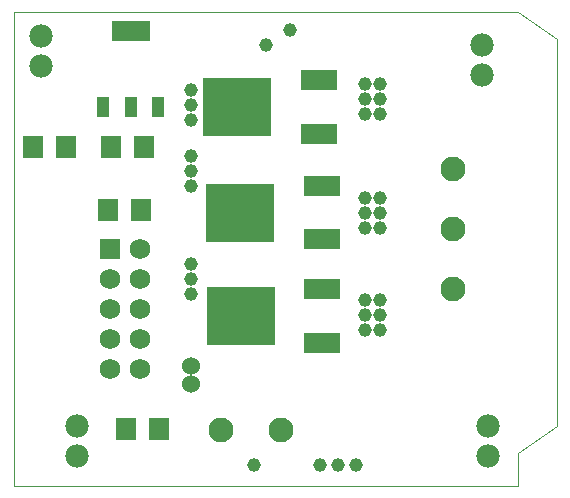
<source format=gts>
G75*
%MOIN*%
%OFA0B0*%
%FSLAX25Y25*%
%IPPOS*%
%LPD*%
%AMOC8*
5,1,8,0,0,1.08239X$1,22.5*
%
%ADD10C,0.00000*%
%ADD11R,0.12211X0.06699*%
%ADD12R,0.22900X0.19400*%
%ADD13C,0.08274*%
%ADD14R,0.03900X0.06800*%
%ADD15R,0.12900X0.06800*%
%ADD16R,0.06699X0.07498*%
%ADD17R,0.06699X0.07487*%
%ADD18R,0.06900X0.06900*%
%ADD19C,0.06900*%
%ADD20C,0.07800*%
%ADD21C,0.04534*%
%ADD22C,0.06000*%
D10*
X0005867Y0006387D02*
X0005867Y0164387D01*
X0173867Y0164387D01*
X0186867Y0155387D01*
X0186867Y0026387D01*
X0173867Y0017387D01*
X0173867Y0006387D01*
X0005867Y0006387D01*
D11*
X0108741Y0054049D03*
X0108741Y0072001D03*
X0108662Y0088623D03*
X0108662Y0106576D03*
X0107662Y0123868D03*
X0107662Y0141820D03*
D12*
X0080504Y0132844D03*
X0081504Y0097600D03*
X0081583Y0063025D03*
D13*
X0074965Y0025029D03*
X0094965Y0025029D03*
X0152225Y0072155D03*
X0152225Y0092155D03*
X0152225Y0112155D03*
D14*
X0053967Y0132787D03*
X0044867Y0132787D03*
X0035767Y0132787D03*
D15*
X0044867Y0157987D03*
D16*
X0049465Y0119387D03*
X0038268Y0119387D03*
X0023465Y0119387D03*
X0012268Y0119387D03*
D17*
X0037355Y0098387D03*
X0048378Y0098387D03*
X0043355Y0025387D03*
X0054378Y0025387D03*
D18*
X0037867Y0085387D03*
D19*
X0047867Y0085387D03*
X0047867Y0075387D03*
X0037867Y0075387D03*
X0037867Y0065387D03*
X0047867Y0065387D03*
X0047867Y0055387D03*
X0047867Y0045387D03*
X0037867Y0045387D03*
X0037867Y0055387D03*
D20*
X0026867Y0026387D03*
X0026867Y0016387D03*
X0014867Y0146387D03*
X0014867Y0156387D03*
X0161867Y0153387D03*
X0161867Y0143387D03*
X0163867Y0026387D03*
X0163867Y0016387D03*
D21*
X0127867Y0058387D03*
X0127867Y0063387D03*
X0122867Y0063387D03*
X0122867Y0058387D03*
X0122867Y0068387D03*
X0127867Y0068387D03*
X0127867Y0092387D03*
X0122867Y0092387D03*
X0122867Y0097387D03*
X0127867Y0097387D03*
X0127867Y0102387D03*
X0122867Y0102387D03*
X0122867Y0130387D03*
X0127867Y0130387D03*
X0127867Y0135387D03*
X0122867Y0135387D03*
X0122867Y0140387D03*
X0127867Y0140387D03*
X0097867Y0158387D03*
X0089867Y0153387D03*
X0064867Y0138387D03*
X0064867Y0133387D03*
X0064867Y0128387D03*
X0064867Y0116387D03*
X0064867Y0111387D03*
X0064867Y0106387D03*
X0064867Y0080387D03*
X0064867Y0075387D03*
X0064867Y0070387D03*
X0085867Y0013387D03*
X0107867Y0013387D03*
X0113867Y0013387D03*
X0119867Y0013387D03*
D22*
X0064867Y0040387D03*
X0064867Y0046387D03*
M02*

</source>
